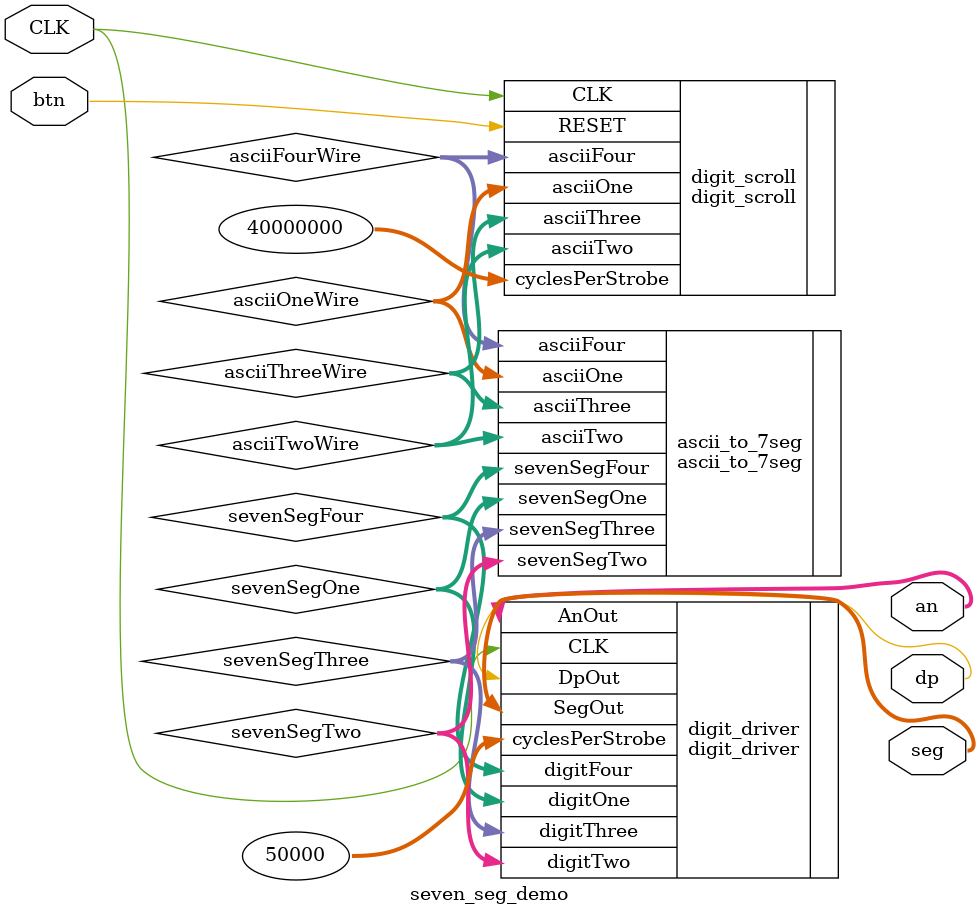
<source format=v>
`timescale 1ns / 1ps
module seven_seg_demo(     

//clock input
input CLK,
input btn,

//Outputs are
output [6:0] seg,
output [3:0] an,
output dp
);    

wire [7:0] sevenSegOne;
wire [7:0] sevenSegTwo;
wire [7:0] sevenSegThree;
wire [7:0] sevenSegFour;

wire [7:0] asciiOneWire;
wire [7:0] asciiTwoWire;
wire [7:0] asciiThreeWire;
wire [7:0] asciiFourWire;

digit_scroll digit_scroll(
	.CLK(CLK),
	.RESET(btn),
	.cyclesPerStrobe(40000000),
	.asciiOne(asciiOneWire),
	.asciiTwo(asciiTwoWire),
	.asciiThree(asciiThreeWire),
	.asciiFour(asciiFourWire)
);

ascii_to_7seg ascii_to_7seg(
	.asciiOne(asciiOneWire),
	.asciiTwo(asciiTwoWire),
	.asciiThree(asciiThreeWire),
	.asciiFour(asciiFourWire),

	.sevenSegOne(sevenSegOne),
	.sevenSegTwo(sevenSegTwo),
	.sevenSegThree(sevenSegThree),
	.sevenSegFour(sevenSegFour)
);

digit_driver digit_driver(
	.CLK(CLK),
	.cyclesPerStrobe(50000),
	.digitOne(sevenSegOne),
	.digitTwo(sevenSegTwo),
	.digitThree(sevenSegThree),
	.digitFour(sevenSegFour),
	.SegOut(seg),
	.AnOut(an),
	.DpOut(dp)
);

endmodule
</source>
